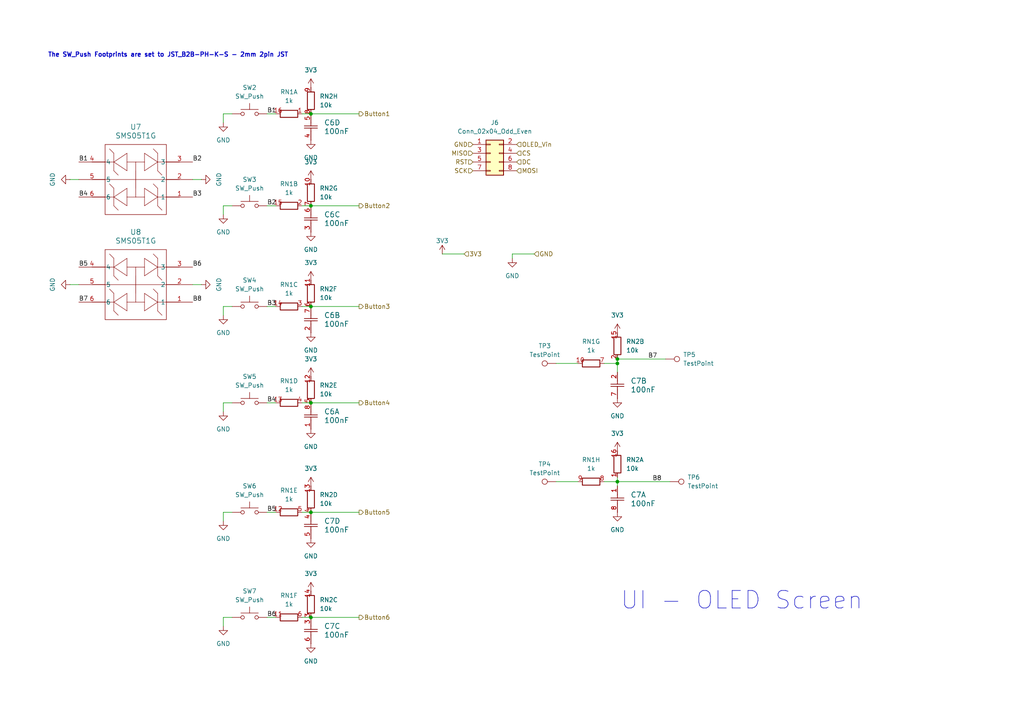
<source format=kicad_sch>
(kicad_sch (version 20231120) (generator "eeschema") (generator_version "8.0")
  (paper "A4")
  (lib_symbols
    (symbol "Connector:TestPoint" (pin_numbers hide) (pin_names (offset 0.762) hide)
      (property "Reference" "TP" (at 0 6.858 0))
      (property "Value" "TestPoint" (at 0 5.08 0))
      (symbol "TestPoint_0_1"
        (circle (center 0 3.302) (radius 0.762))
      )
      (symbol "TestPoint_1_1"
        (pin passive line (at 0 0 90) (length 2.54) (name "1") (number "1"))
      )
    )
    (symbol "Connector_Generic:Conn_02x04_Odd_Even" (pin_names (offset 1.016) hide)
      (property "Reference" "J" (at 1.27 5.08 0))
      (property "Value" "Conn_02x04_Odd_Even" (at 1.27 -7.62 0))
      (symbol "Conn_02x04_Odd_Even_1_1"
        (rectangle (start -1.27 -4.953) (end 0 -5.207) (stroke (width 0.1524)))
        (rectangle (start -1.27 -2.413) (end 0 -2.667) (stroke (width 0.1524)))
        (rectangle (start -1.27 0.127) (end 0 -0.127) (stroke (width 0.1524)))
        (rectangle (start -1.27 2.667) (end 0 2.413) (stroke (width 0.1524)))
        (rectangle (start -1.27 3.81) (end 3.81 -6.35) (stroke (width 0.254)) (fill (type background)))
        (rectangle (start 3.81 -4.953) (end 2.54 -5.207) (stroke (width 0.1524)))
        (rectangle (start 3.81 -2.413) (end 2.54 -2.667) (stroke (width 0.1524)))
        (rectangle (start 3.81 0.127) (end 2.54 -0.127) (stroke (width 0.1524)))
        (rectangle (start 3.81 2.667) (end 2.54 2.413) (stroke (width 0.1524)))
        (pin passive line (at -5.08 2.54 0) (length 3.81) (name "Pin_1") (number "1"))
        (pin passive line (at 7.62 2.54 180) (length 3.81) (name "Pin_2") (number "2"))
        (pin passive line (at -5.08 0 0) (length 3.81) (name "Pin_3") (number "3"))
        (pin passive line (at 7.62 0 180) (length 3.81) (name "Pin_4") (number "4"))
        (pin passive line (at -5.08 -2.54 0) (length 3.81) (name "Pin_5") (number "5"))
        (pin passive line (at 7.62 -2.54 180) (length 3.81) (name "Pin_6") (number "6"))
        (pin passive line (at -5.08 -5.08 0) (length 3.81) (name "Pin_7") (number "7"))
        (pin passive line (at 7.62 -5.08 180) (length 3.81) (name "Pin_8") (number "8"))
      )
    )
    (symbol "Device:R_Pack08_Split" (pin_names (offset 0) hide)
      (property "Reference" "RN" (at 2.032 0 90))
      (property "Value" "R_Pack08_Split" (at 0 0 90))
      (symbol "R_Pack08_Split_0_1"
        (rectangle (start 1.016 2.54) (end -1.016 -2.54) (stroke (width 0.254)))
      )
      (symbol "R_Pack08_Split_1_1"
        (pin passive line (at 0 -3.81 90) (length 1.27) (name "R1.1") (number "1"))
        (pin passive line (at 0 3.81 270) (length 1.27) (name "R1.2") (number "16"))
      )
      (symbol "R_Pack08_Split_2_1"
        (pin passive line (at 0 3.81 270) (length 1.27) (name "R2.2") (number "15"))
        (pin passive line (at 0 -3.81 90) (length 1.27) (name "R2.1") (number "2"))
      )
      (symbol "R_Pack08_Split_3_1"
        (pin passive line (at 0 3.81 270) (length 1.27) (name "R3.2") (number "14"))
        (pin passive line (at 0 -3.81 90) (length 1.27) (name "R3.1") (number "3"))
      )
      (symbol "R_Pack08_Split_4_1"
        (pin passive line (at 0 3.81 270) (length 1.27) (name "R4.2") (number "13"))
        (pin passive line (at 0 -3.81 90) (length 1.27) (name "R4.1") (number "4"))
      )
      (symbol "R_Pack08_Split_5_1"
        (pin passive line (at 0 3.81 270) (length 1.27) (name "R5.2") (number "12"))
        (pin passive line (at 0 -3.81 90) (length 1.27) (name "R5.1") (number "5"))
      )
      (symbol "R_Pack08_Split_6_1"
        (pin passive line (at 0 3.81 270) (length 1.27) (name "R6.2") (number "11"))
        (pin passive line (at 0 -3.81 90) (length 1.27) (name "R6.1") (number "6"))
      )
      (symbol "R_Pack08_Split_7_1"
        (pin passive line (at 0 3.81 270) (length 1.27) (name "R7.2") (number "10"))
        (pin passive line (at 0 -3.81 90) (length 1.27) (name "R7.1") (number "7"))
      )
      (symbol "R_Pack08_Split_8_1"
        (pin passive line (at 0 -3.81 90) (length 1.27) (name "R8.1") (number "8"))
        (pin passive line (at 0 3.81 270) (length 1.27) (name "R8.2") (number "9"))
      )
    )
    (symbol "GT_LIbrary:CA0612KRX7R7BB104" (pin_names (offset 0.254))
      (property "Reference" "C" (at 3.81 3.81 0))
      (property "Value" "CA0612KRX7R7BB104" (at 3.81 -3.81 0))
      (symbol "CA0612KRX7R7BB104_1_1"
        (polyline (pts (xy 2.54 0) (xy 3.4798 0)) (stroke (width 0.2032)))
        (polyline (pts (xy 3.4798 -1.905) (xy 3.4798 1.905)) (stroke (width 0.2032)))
        (polyline (pts (xy 4.1148 -1.905) (xy 4.1148 1.905)) (stroke (width 0.2032)))
        (polyline (pts (xy 4.1148 0) (xy 5.08 0)) (stroke (width 0.2032)))
        (pin unspecified line (at 0 0 0) (length 2.54) (name "") (number "1"))
        (pin unspecified line (at 7.62 0 180) (length 2.54) (name "") (number "8"))
      )
      (symbol "CA0612KRX7R7BB104_2_1"
        (polyline (pts (xy 2.54 0) (xy 3.4798 0)) (stroke (width 0.2032)))
        (polyline (pts (xy 3.4798 -1.905) (xy 3.4798 1.905)) (stroke (width 0.2032)))
        (polyline (pts (xy 4.1148 -1.905) (xy 4.1148 1.905)) (stroke (width 0.2032)))
        (polyline (pts (xy 4.1148 0) (xy 5.08 0)) (stroke (width 0.2032)))
        (pin unspecified line (at 0 0 0) (length 2.54) (name "") (number "2"))
        (pin unspecified line (at 7.62 0 180) (length 2.54) (name "") (number "7"))
      )
      (symbol "CA0612KRX7R7BB104_3_1"
        (polyline (pts (xy 2.54 0) (xy 3.4798 0)) (stroke (width 0.2032)))
        (polyline (pts (xy 3.4798 -1.905) (xy 3.4798 1.905)) (stroke (width 0.2032)))
        (polyline (pts (xy 4.1148 -1.905) (xy 4.1148 1.905)) (stroke (width 0.2032)))
        (polyline (pts (xy 4.1148 0) (xy 5.08 0)) (stroke (width 0.2032)))
        (pin unspecified line (at 0 0 0) (length 2.54) (name "") (number "3"))
        (pin unspecified line (at 7.62 0 180) (length 2.54) (name "") (number "6"))
      )
      (symbol "CA0612KRX7R7BB104_4_1"
        (polyline (pts (xy 2.54 0) (xy 3.4798 0)) (stroke (width 0.2032)))
        (polyline (pts (xy 3.4798 -1.905) (xy 3.4798 1.905)) (stroke (width 0.2032)))
        (polyline (pts (xy 4.1148 -1.905) (xy 4.1148 1.905)) (stroke (width 0.2032)))
        (polyline (pts (xy 4.1148 0) (xy 5.08 0)) (stroke (width 0.2032)))
        (pin unspecified line (at 0 0 0) (length 2.54) (name "") (number "4"))
        (pin unspecified line (at 7.62 0 180) (length 2.54) (name "") (number "5"))
      )
    )
    (symbol "GT_LIbrary:SMS05T1G" (pin_names (offset 0.254))
      (property "Reference" "U" (at 20.32 10.16 0))
      (property "Value" "SMS05T1G" (at 20.32 7.62 0))
      (symbol "SMS05T1G_0_1"
        (polyline (pts (xy 7.62 -10.16) (xy 33.02 -10.16)) (stroke (width 0.127)))
        (polyline (pts (xy 11.43 -15.24) (xy 7.62 -15.24)) (stroke (width 0.127)))
        (polyline (pts (xy 11.43 -5.08) (xy 7.62 -5.08)) (stroke (width 0.127)))
        (polyline (pts (xy 13.97 -17.78) (xy 13.97 -12.7)) (stroke (width 0.127)))
        (polyline (pts (xy 13.97 -17.78) (xy 15.24 -19.05)) (stroke (width 0.127)))
        (polyline (pts (xy 13.97 -15.24) (xy 11.43 -15.24)) (stroke (width 0.127)))
        (polyline (pts (xy 13.97 -12.7) (xy 12.7 -11.43)) (stroke (width 0.127)))
        (polyline (pts (xy 13.97 -7.62) (xy 13.97 -2.54)) (stroke (width 0.127)))
        (polyline (pts (xy 13.97 -7.62) (xy 15.24 -8.89)) (stroke (width 0.127)))
        (polyline (pts (xy 13.97 -5.08) (xy 11.43 -5.08)) (stroke (width 0.127)))
        (polyline (pts (xy 13.97 -2.54) (xy 12.7 -1.27)) (stroke (width 0.127)))
        (polyline (pts (xy 17.78 -17.78) (xy 13.97 -15.24)) (stroke (width 0.127)))
        (polyline (pts (xy 17.78 -15.24) (xy 17.78 -17.78)) (stroke (width 0.127)))
        (polyline (pts (xy 17.78 -15.24) (xy 17.78 -12.7)) (stroke (width 0.127)))
        (polyline (pts (xy 17.78 -12.7) (xy 13.97 -15.24)) (stroke (width 0.127)))
        (polyline (pts (xy 17.78 -7.62) (xy 13.97 -5.08)) (stroke (width 0.127)))
        (polyline (pts (xy 17.78 -5.08) (xy 17.78 -7.62)) (stroke (width 0.127)))
        (polyline (pts (xy 17.78 -5.08) (xy 17.78 -2.54)) (stroke (width 0.127)))
        (polyline (pts (xy 17.78 -2.54) (xy 13.97 -5.08)) (stroke (width 0.127)))
        (polyline (pts (xy 20.32 -15.24) (xy 17.78 -15.24)) (stroke (width 0.127)))
        (polyline (pts (xy 20.32 -15.24) (xy 22.86 -15.24)) (stroke (width 0.127)))
        (polyline (pts (xy 20.32 -12.7) (xy 20.32 -5.08)) (stroke (width 0.127)))
        (polyline (pts (xy 20.32 -7.62) (xy 20.32 -15.24)) (stroke (width 0.127)))
        (polyline (pts (xy 20.32 -5.08) (xy 17.78 -5.08)) (stroke (width 0.127)))
        (polyline (pts (xy 20.32 -5.08) (xy 22.86 -5.08)) (stroke (width 0.127)))
        (polyline (pts (xy 22.86 -17.78) (xy 22.86 -12.7)) (stroke (width 0.127)))
        (polyline (pts (xy 22.86 -17.78) (xy 26.67 -15.24)) (stroke (width 0.127)))
        (polyline (pts (xy 22.86 -12.7) (xy 26.67 -15.24)) (stroke (width 0.127)))
        (polyline (pts (xy 22.86 -7.62) (xy 26.67 -5.08)) (stroke (width 0.127)))
        (polyline (pts (xy 22.86 -5.08) (xy 22.86 -7.62)) (stroke (width 0.127)))
        (polyline (pts (xy 22.86 -5.08) (xy 22.86 -2.54)) (stroke (width 0.127)))
        (polyline (pts (xy 22.86 -2.54) (xy 26.67 -5.08)) (stroke (width 0.127)))
        (polyline (pts (xy 26.67 -17.78) (xy 26.67 -12.7)) (stroke (width 0.127)))
        (polyline (pts (xy 26.67 -17.78) (xy 27.94 -19.05)) (stroke (width 0.127)))
        (polyline (pts (xy 26.67 -12.7) (xy 25.4 -11.43)) (stroke (width 0.127)))
        (polyline (pts (xy 26.67 -7.62) (xy 26.67 -2.54)) (stroke (width 0.127)))
        (polyline (pts (xy 26.67 -7.62) (xy 27.94 -8.89)) (stroke (width 0.127)))
        (polyline (pts (xy 26.67 -5.08) (xy 33.02 -5.08)) (stroke (width 0.127)))
        (polyline (pts (xy 26.67 -2.54) (xy 25.4 -1.27)) (stroke (width 0.127)))
        (polyline (pts (xy 27.94 -15.24) (xy 26.67 -15.24)) (stroke (width 0.127)))
        (polyline (pts (xy 27.94 -15.24) (xy 33.02 -15.24)) (stroke (width 0.127)))
        (pin unspecified line (at 3.81 -5.08 0) (length 7.62) (name "1") (number "1"))
        (pin unspecified line (at 3.81 -10.16 0) (length 7.62) (name "2") (number "2"))
        (pin unspecified line (at 3.81 -15.24 0) (length 7.62) (name "3") (number "3"))
        (pin unspecified line (at 36.83 -15.24 180) (length 7.62) (name "4") (number "4"))
        (pin unspecified line (at 36.83 -10.16 180) (length 7.62) (name "5") (number "5"))
        (pin unspecified line (at 36.83 -5.08 180) (length 7.62) (name "6") (number "6"))
      )
      (symbol "SMS05T1G_1_1"
        (rectangle (start 11.43 0) (end 29.21 -20.32))
      )
    )
    (symbol "Switch:SW_Push" (pin_numbers hide) (pin_names (offset 1.016) hide)
      (property "Reference" "SW" (at 1.27 2.54 0))
      (property "Value" "SW_Push" (at 0 -1.524 0))
      (symbol "SW_Push_0_1"
        (circle (center -2.032 0) (radius 0.508))
        (polyline (pts (xy 0 1.27) (xy 0 3.048)))
        (polyline (pts (xy 2.54 1.27) (xy -2.54 1.27)))
        (circle (center 2.032 0) (radius 0.508))
        (pin passive line (at -5.08 0 0) (length 2.54) (name "1") (number "1"))
        (pin passive line (at 5.08 0 180) (length 2.54) (name "2") (number "2"))
      )
    )
    (symbol "power:+3V0" (power) (pin_numbers hide) (pin_names (offset 0) hide)
      (property "Value" "+3V0" (at 0 3.556 0))
      (symbol "+3V0_0_1"
        (polyline (pts (xy -0.762 1.27) (xy 0 2.54)))
        (polyline (pts (xy 0 0) (xy 0 2.54)))
        (polyline (pts (xy 0 2.54) (xy 0.762 1.27)))
      )
      (symbol "+3V0_1_1"
        (pin power_in line (at 0 0 90) (length 0) (name "~") (number "1"))
      )
    )
    (symbol "power:GND" (power) (pin_numbers hide) (pin_names (offset 0) hide)
      (property "Value" "GND" (at 0 -3.81 0))
      (symbol "GND_0_1"
        (polyline (pts (xy 0 0) (xy 0 -1.27) (xy 1.27 -1.27) (xy 0 -2.54) (xy -1.27 -1.27) (xy 0 -1.27)))
      )
      (symbol "GND_1_1"
        (pin power_in line (at 0 0 270) (length 0) (name "~") (number "1"))
      )
    )
    (symbol "power:VCC" (power) (pin_numbers hide) (pin_names (offset 0) hide)
      (property "Value" "VCC" (at 0 3.556 0))
      (symbol "VCC_0_1"
        (polyline (pts (xy -0.762 1.27) (xy 0 2.54)))
        (polyline (pts (xy 0 0) (xy 0 2.54)))
        (polyline (pts (xy 0 2.54) (xy 0.762 1.27)))
      )
      (symbol "VCC_1_1"
        (pin power_in line (at 0 0 90) (length 0) (name "~") (number "1"))
      )
    )
  )
  (junction (at 90.17 88.9))
  (junction (at 90.17 59.69))
  (junction (at 90.17 116.84))
  (junction (at 179.07 104.14))
  (junction (at 179.07 105.41))
  (junction (at 90.17 33.02))
  (junction (at 90.17 148.59))
  (junction (at 90.17 179.07))
  (junction (at 179.07 139.7))
  (wire (pts (xy 90.17 116.84) (xy 104.14 116.84)))
  (wire (pts (xy 87.63 88.9) (xy 90.17 88.9)))
  (wire (pts (xy 64.77 35.56) (xy 64.77 33.02)))
  (wire (pts (xy 87.63 116.84) (xy 90.17 116.84)))
  (wire (pts (xy 77.47 116.84) (xy 80.01 116.84)))
  (wire (pts (xy 77.47 179.07) (xy 80.01 179.07)))
  (wire (pts (xy 77.47 148.59) (xy 80.01 148.59)))
  (wire (pts (xy 77.47 88.9) (xy 80.01 88.9)))
  (wire (pts (xy 179.07 138.43) (xy 179.07 139.7)))
  (wire (pts (xy 64.77 116.84) (xy 67.31 116.84)))
  (wire (pts (xy 148.59 73.66) (xy 154.94 73.66)))
  (wire (pts (xy 179.07 102.87) (xy 179.07 104.14)))
  (wire (pts (xy 175.26 105.41) (xy 179.07 105.41)))
  (wire (pts (xy 64.77 119.38) (xy 64.77 116.84)))
  (wire (pts (xy 87.63 33.02) (xy 90.17 33.02)))
  (wire (pts (xy 64.77 181.61) (xy 64.77 179.07)))
  (wire (pts (xy 90.17 148.59) (xy 104.14 148.59)))
  (wire (pts (xy 58.42 82.55) (xy 55.88 82.55)))
  (wire (pts (xy 87.63 179.07) (xy 90.17 179.07)))
  (wire (pts (xy 77.47 33.02) (xy 80.01 33.02)))
  (wire (pts (xy 64.77 62.23) (xy 64.77 59.69)))
  (wire (pts (xy 64.77 33.02) (xy 67.31 33.02)))
  (wire (pts (xy 179.07 139.7) (xy 194.31 139.7)))
  (wire (pts (xy 148.59 73.66) (xy 148.59 74.93)))
  (wire (pts (xy 64.77 148.59) (xy 67.31 148.59)))
  (wire (pts (xy 179.07 139.7) (xy 179.07 140.97)))
  (wire (pts (xy 87.63 148.59) (xy 90.17 148.59)))
  (wire (pts (xy 161.29 105.41) (xy 167.64 105.41)))
  (wire (pts (xy 20.32 52.07) (xy 22.86 52.07)))
  (wire (pts (xy 64.77 91.44) (xy 64.77 88.9)))
  (wire (pts (xy 58.42 52.07) (xy 55.88 52.07)))
  (wire (pts (xy 64.77 151.13) (xy 64.77 148.59)))
  (wire (pts (xy 90.17 33.02) (xy 104.14 33.02)))
  (wire (pts (xy 64.77 179.07) (xy 67.31 179.07)))
  (wire (pts (xy 77.47 59.69) (xy 80.01 59.69)))
  (wire (pts (xy 179.07 104.14) (xy 193.04 104.14)))
  (wire (pts (xy 90.17 88.9) (xy 104.14 88.9)))
  (wire (pts (xy 90.17 179.07) (xy 104.14 179.07)))
  (wire (pts (xy 87.63 59.69) (xy 90.17 59.69)))
  (wire (pts (xy 64.77 88.9) (xy 67.31 88.9)))
  (wire (pts (xy 20.32 82.55) (xy 22.86 82.55)))
  (wire (pts (xy 90.17 59.69) (xy 104.14 59.69)))
  (wire (pts (xy 179.07 105.41) (xy 179.07 107.95)))
  (wire (pts (xy 161.29 139.7) (xy 167.64 139.7)))
  (wire (pts (xy 179.07 104.14) (xy 179.07 105.41)))
  (wire (pts (xy 64.77 59.69) (xy 67.31 59.69)))
  (wire (pts (xy 128.27 73.66) (xy 134.62 73.66)))
  (wire (pts (xy 175.26 139.7) (xy 179.07 139.7)))
  (text "The SW_Push Footprints are set to JST_B2B-PH-K-S - 2mm 2pin JST\n" (at 48.768 16.002 0) (effects (font (size 1.27 1.27) (thickness 0.254) (bold yes))))
  (text "UI - OLED Screen\n" (at 215.138 174.244 0) (effects (font (size 5.08 5.08))))
  (label "B5" (at 77.47 148.59 0))
  (label "B1" (at 22.86 46.99 0))
  (label "B6" (at 77.47 179.07 0))
  (label "B7" (at 22.86 87.63 0))
  (label "B8" (at 55.88 87.63 0))
  (label "B4" (at 77.47 116.84 0))
  (label "B1" (at 77.47 33.02 0))
  (label "B7" (at 187.96 104.14 0))
  (label "B3" (at 77.47 88.9 0))
  (label "B3" (at 55.88 57.15 0))
  (label "B2" (at 77.47 59.69 0))
  (label "B4" (at 22.86 57.15 0))
  (label "B6" (at 55.88 77.47 0))
  (label "B2" (at 55.88 46.99 0))
  (label "B5" (at 22.86 77.47 0))
  (label "B8" (at 189.23 139.7 0))
  (hierarchical_label "Button4" (shape output) (at 104.14 116.84 0))
  (hierarchical_label "MOSI" (shape input) (at 149.86 49.53 0))
  (hierarchical_label "GND" (shape input) (at 137.16 41.91 180))
  (hierarchical_label "RST" (shape input) (at 137.16 46.99 180))
  (hierarchical_label "Button2" (shape output) (at 104.14 59.69 0))
  (hierarchical_label "OLED_Vin" (shape input) (at 149.86 41.91 0))
  (hierarchical_label "CS" (shape input) (at 149.86 44.45 0))
  (hierarchical_label "Button3" (shape output) (at 104.14 88.9 0))
  (hierarchical_label "Button6" (shape output) (at 104.14 179.07 0))
  (hierarchical_label "SCK" (shape input) (at 137.16 49.53 180))
  (hierarchical_label "GND" (shape input) (at 154.94 73.66 0))
  (hierarchical_label "MISO" (shape input) (at 137.16 44.45 180))
  (hierarchical_label "Button5" (shape output) (at 104.14 148.59 0))
  (hierarchical_label "3V3" (shape input) (at 134.62 73.66 0))
  (hierarchical_label "Button1" (shape output) (at 104.14 33.02 0))
  (hierarchical_label "DC" (shape input) (at 149.86 46.99 0))
  (symbol (lib_id "power:GND") (at 20.32 82.55 270) (unit 1)
    (property "Reference" "#PWR0125" (effects (hide yes)))
    (property "Value" "GND" (at 15.24 82.55 0))
    (property "Description" "Power symbol creates a global label with name \"GND\" , ground" (effects (hide yes)))
  )
  (symbol (lib_id "Switch:SW_Push") (at 72.39 116.84 0) (unit 1)
    (property "Reference" "SW5" (at 72.39 109.22 0))
    (property "Value" "SW_Push" (at 72.39 111.76 0))
    (property "Footprint" "JST_B2B-PH-K-S" (effects (hide yes)))
    (property "Datasheet" "JST_B2B-PH-K-S" (effects (hide yes)))
    (property "Description" "Push button switch, generic, two pins" (effects (hide yes)))
    (property "MFP" "JST_B2B-PH-K-S" (effects (hide yes)))
  )
  (symbol (lib_id "Switch:SW_Push") (at 72.39 33.02 0) (unit 1)
    (property "Reference" "SW2" (at 72.39 25.4 0))
    (property "Value" "SW_Push" (at 72.39 27.94 0))
    (property "Footprint" "JST_B2B-PH-K-S" (effects (hide yes)))
    (property "Datasheet" "JST_B2B-PH-K-S" (effects (hide yes)))
    (property "Description" "Push button switch, generic, two pins" (effects (hide yes)))
    (property "MFP" "JST_B2B-PH-K-S" (effects (hide yes)))
  )
  (symbol (lib_id "Switch:SW_Push") (at 72.39 59.69 0) (unit 1)
    (property "Reference" "SW3" (at 72.39 52.07 0))
    (property "Value" "SW_Push" (at 72.39 54.61 0))
    (property "Footprint" "JST_B2B-PH-K-S" (effects (hide yes)))
    (property "Datasheet" "JST_B2B-PH-K-S" (effects (hide yes)))
    (property "Description" "Push button switch, generic, two pins" (effects (hide yes)))
    (property "MFP" "JST_B2B-PH-K-S" (effects (hide yes)))
  )
  (symbol (lib_id "power:GND") (at 90.17 96.52 0) (unit 1)
    (property "Reference" "#PWR063" (effects (hide yes)))
    (property "Value" "GND" (at 90.17 101.6 0))
    (property "Description" "Power symbol creates a global label with name \"GND\" , ground" (effects (hide yes)))
  )
  (symbol (lib_id "Device:R_Pack08_Split") (at 90.17 144.78 0) (unit 4)
    (property "Reference" "RN2" (at 92.71 143.5099 0) (effects (justify left)))
    (property "Value" "10k" (at 92.71 146.0499 0) (effects (justify left)))
    (property "Footprint" "Parts_Library:RESCAXE50P280X160X55-16N" (effects (hide yes)))
    (property "Description" "8 resistor network, parallel topology, split" (effects (hide yes)))
  )
  (symbol (lib_id "power:GND") (at 64.77 35.56 0) (unit 1)
    (property "Reference" "#PWR052" (effects (hide yes)))
    (property "Value" "GND" (at 64.77 40.64 0))
    (property "Description" "Power symbol creates a global label with name \"GND\" , ground" (effects (hide yes)))
  )
  (symbol (lib_id "power:+3V0") (at 90.17 171.45 0) (unit 1)
    (property "Reference" "#PWR068" (effects (hide yes)))
    (property "Value" "3V3" (at 90.17 166.37 0))
    (property "Description" "Power symbol creates a global label with name \"+3V0\"" (effects (hide yes)))
  )
  (symbol (lib_id "Device:R_Pack08_Split") (at 90.17 175.26 0) (unit 3)
    (property "Reference" "RN2" (at 92.71 173.9899 0) (effects (justify left)))
    (property "Value" "10k" (at 92.71 176.5299 0) (effects (justify left)))
    (property "Footprint" "Parts_Library:RESCAXE50P280X160X55-16N" (effects (hide yes)))
    (property "Description" "8 resistor network, parallel topology, split" (effects (hide yes)))
  )
  (symbol (lib_id "power:GND") (at 90.17 186.69 0) (unit 1)
    (property "Reference" "#PWR069" (effects (hide yes)))
    (property "Value" "GND" (at 90.17 191.77 0))
    (property "Description" "Power symbol creates a global label with name \"GND\" , ground" (effects (hide yes)))
  )
  (symbol (lib_id "GT_LIbrary:CA0612KRX7R7BB104") (at 179.07 140.97 270) (unit 1)
    (property "Reference" "C7" (at 182.88 143.5099 90) (effects (font (size 1.524 1.524)) (justify left)))
    (property "Value" "100nF" (at 182.88 146.0499 90) (effects (font (size 1.524 1.524)) (justify left)))
    (property "Footprint" "CAP_CA0612_3P2X1P6_YAG" (effects (hide yes)))
    (property "Datasheet" "CA0612KRX7R7BB104" (effects (hide yes)))
  )
  (symbol (lib_id "power:GND") (at 90.17 156.21 0) (unit 1)
    (property "Reference" "#PWR067" (effects (hide yes)))
    (property "Value" "GND" (at 90.17 161.29 0))
    (property "Description" "Power symbol creates a global label with name \"GND\" , ground" (effects (hide yes)))
  )
  (symbol (lib_id "power:+3V0") (at 90.17 25.4 0) (unit 1)
    (property "Reference" "#PWR058" (effects (hide yes)))
    (property "Value" "3V3" (at 90.17 20.32 0))
    (property "Description" "Power symbol creates a global label with name \"+3V0\"" (effects (hide yes)))
  )
  (symbol (lib_id "power:VCC") (at 128.27 73.66 0) (unit 1)
    (property "Reference" "#PWR070" (effects (hide yes)))
    (property "Value" "3V3" (at 128.27 69.85 0))
    (property "Description" "Power symbol creates a global label with name \"VCC\"" (effects (hide yes)))
  )
  (symbol (lib_id "GT_LIbrary:CA0612KRX7R7BB104") (at 90.17 148.59 270) (unit 4)
    (property "Reference" "C7" (at 93.98 151.1299 90) (effects (font (size 1.524 1.524)) (justify left)))
    (property "Value" "100nF" (at 93.98 153.6699 90) (effects (font (size 1.524 1.524)) (justify left)))
    (property "Footprint" "CAP_CA0612_3P2X1P6_YAG" (effects (hide yes)))
    (property "Datasheet" "CA0612KRX7R7BB104" (effects (hide yes)))
  )
  (symbol (lib_id "power:GND") (at 90.17 124.46 0) (unit 1)
    (property "Reference" "#PWR065" (effects (hide yes)))
    (property "Value" "GND" (at 90.17 129.54 0))
    (property "Description" "Power symbol creates a global label with name \"GND\" , ground" (effects (hide yes)))
  )
  (symbol (lib_id "power:+3V0") (at 90.17 109.22 0) (unit 1)
    (property "Reference" "#PWR064" (effects (hide yes)))
    (property "Value" "3V3" (at 90.17 104.14 0))
    (property "Description" "Power symbol creates a global label with name \"+3V0\"" (effects (hide yes)))
  )
  (symbol (lib_id "Switch:SW_Push") (at 72.39 148.59 0) (unit 1)
    (property "Reference" "SW6" (at 72.39 140.97 0))
    (property "Value" "SW_Push" (at 72.39 143.51 0))
    (property "Footprint" "JST_B2B-PH-K-S" (effects (hide yes)))
    (property "Datasheet" "JST_B2B-PH-K-S" (effects (hide yes)))
    (property "Description" "Push button switch, generic, two pins" (effects (hide yes)))
    (property "MFP" "JST_B2B-PH-K-S" (effects (hide yes)))
  )
  (symbol (lib_id "power:+3V0") (at 179.07 130.81 0) (unit 1)
    (property "Reference" "#PWR074" (effects (hide yes)))
    (property "Value" "3V3" (at 179.07 125.73 0))
    (property "Description" "Power symbol creates a global label with name \"+3V0\"" (effects (hide yes)))
  )
  (symbol (lib_id "Connector_Generic:Conn_02x04_Odd_Even") (at 142.24 44.45 0) (unit 1)
    (property "Reference" "J6" (at 143.51 35.56 0))
    (property "Value" "Conn_02x04_Odd_Even" (at 143.51 38.1 0))
    (property "Footprint" "Connector_PinHeader_2.00mm:PinHeader_2x04_P2.00mm_Vertical" (effects (hide yes)))
    (property "Description" "Generic connector, double row, 02x04, odd/even pin numbering scheme (row 1 odd numbers, row 2 even numbers), script generated (kicad-library-utils/schlib/autogen/connector/)" (effects (hide yes)))
  )
  (symbol (lib_id "Device:R_Pack08_Split") (at 90.17 55.88 0) (unit 7)
    (property "Reference" "RN2" (at 92.71 54.6099 0) (effects (justify left)))
    (property "Value" "10k" (at 92.71 57.1499 0) (effects (justify left)))
    (property "Footprint" "Parts_Library:RESCAXE50P280X160X55-16N" (effects (hide yes)))
    (property "Description" "8 resistor network, parallel topology, split" (effects (hide yes)))
  )
  (symbol (lib_id "power:+3V0") (at 179.07 96.52 0) (unit 1)
    (property "Reference" "#PWR072" (effects (hide yes)))
    (property "Value" "3V3" (at 179.07 91.44 0))
    (property "Description" "Power symbol creates a global label with name \"+3V0\"" (effects (hide yes)))
  )
  (symbol (lib_id "Connector:TestPoint") (at 194.31 139.7 270) (unit 1)
    (property "Reference" "TP6" (at 199.39 138.4299 90) (effects (justify left)))
    (property "Value" "TestPoint" (at 199.39 140.9699 90) (effects (justify left)))
    (property "Footprint" "TestPoint:TestPoint_THTPad_D1.0mm_Drill0.5mm" (effects (hide yes)))
    (property "Description" "test point" (effects (hide yes)))
  )
  (symbol (lib_id "GT_LIbrary:CA0612KRX7R7BB104") (at 90.17 40.64 90) (unit 4)
    (property "Reference" "C6" (at 93.98 35.5599 90) (effects (font (size 1.524 1.524)) (justify right)))
    (property "Value" "100nF" (at 93.98 38.0999 90) (effects (font (size 1.524 1.524)) (justify right)))
    (property "Footprint" "CAP_CA0612_3P2X1P6_YAG" (effects (hide yes)))
    (property "Datasheet" "CA0612KRX7R7BB104" (effects (hide yes)))
  )
  (symbol (lib_id "GT_LIbrary:CA0612KRX7R7BB104") (at 90.17 179.07 270) (unit 3)
    (property "Reference" "C7" (at 93.98 181.6099 90) (effects (font (size 1.524 1.524)) (justify left)))
    (property "Value" "100nF" (at 93.98 184.1499 90) (effects (font (size 1.524 1.524)) (justify left)))
    (property "Footprint" "CAP_CA0612_3P2X1P6_YAG" (effects (hide yes)))
    (property "Datasheet" "CA0612KRX7R7BB104" (effects (hide yes)))
  )
  (symbol (lib_id "power:GND") (at 64.77 181.61 0) (unit 1)
    (property "Reference" "#PWR057" (effects (hide yes)))
    (property "Value" "GND" (at 64.77 186.69 0))
    (property "Description" "Power symbol creates a global label with name \"GND\" , ground" (effects (hide yes)))
  )
  (symbol (lib_id "power:GND") (at 90.17 40.64 0) (unit 1)
    (property "Reference" "#PWR059" (effects (hide yes)))
    (property "Value" "GND" (at 90.17 45.72 0))
    (property "Description" "Power symbol creates a global label with name \"GND\" , ground" (effects (hide yes)))
  )
  (symbol (lib_id "GT_LIbrary:CA0612KRX7R7BB104") (at 90.17 96.52 90) (unit 2)
    (property "Reference" "C6" (at 93.98 91.4399 90) (effects (font (size 1.524 1.524)) (justify right)))
    (property "Value" "100nF" (at 93.98 93.9799 90) (effects (font (size 1.524 1.524)) (justify right)))
    (property "Footprint" "CAP_CA0612_3P2X1P6_YAG" (effects (hide yes)))
    (property "Datasheet" "CA0612KRX7R7BB104" (effects (hide yes)))
  )
  (symbol (lib_id "power:GND") (at 179.07 148.59 0) (unit 1)
    (property "Reference" "#PWR075" (effects (hide yes)))
    (property "Value" "GND" (at 179.07 153.67 0))
    (property "Description" "Power symbol creates a global label with name \"GND\" , ground" (effects (hide yes)))
  )
  (symbol (lib_id "power:GND") (at 64.77 91.44 0) (unit 1)
    (property "Reference" "#PWR054" (effects (hide yes)))
    (property "Value" "GND" (at 64.77 96.52 0))
    (property "Description" "Power symbol creates a global label with name \"GND\" , ground" (effects (hide yes)))
  )
  (symbol (lib_id "Device:R_Pack08_Split") (at 90.17 85.09 0) (unit 6)
    (property "Reference" "RN2" (at 92.71 83.8199 0) (effects (justify left)))
    (property "Value" "10k" (at 92.71 86.3599 0) (effects (justify left)))
    (property "Footprint" "Parts_Library:RESCAXE50P280X160X55-16N" (effects (hide yes)))
    (property "Description" "8 resistor network, parallel topology, split" (effects (hide yes)))
  )
  (symbol (lib_id "GT_LIbrary:SMS05T1G") (at 59.69 62.23 180) (unit 1)
    (property "Reference" "U7" (at 39.37 36.83 0) (effects (font (size 1.524 1.524))))
    (property "Value" "SMS05T1G" (at 39.37 39.37 0) (effects (font (size 1.524 1.524))))
    (property "Footprint" "SOIC_05T1G_ONS" (effects (hide yes)))
    (property "Datasheet" "SMS05T1G" (effects (hide yes)))
  )
  (symbol (lib_id "power:GND") (at 64.77 62.23 0) (unit 1)
    (property "Reference" "#PWR053" (effects (hide yes)))
    (property "Value" "GND" (at 64.77 67.31 0))
    (property "Description" "Power symbol creates a global label with name \"GND\" , ground" (effects (hide yes)))
  )
  (symbol (lib_id "power:GND") (at 64.77 119.38 0) (unit 1)
    (property "Reference" "#PWR055" (effects (hide yes)))
    (property "Value" "GND" (at 64.77 124.46 0))
    (property "Description" "Power symbol creates a global label with name \"GND\" , ground" (effects (hide yes)))
  )
  (symbol (lib_id "power:GND") (at 90.17 67.31 0) (unit 1)
    (property "Reference" "#PWR061" (effects (hide yes)))
    (property "Value" "GND" (at 90.17 72.39 0))
    (property "Description" "Power symbol creates a global label with name \"GND\" , ground" (effects (hide yes)))
  )
  (symbol (lib_id "Device:R_Pack08_Split") (at 83.82 179.07 90) (unit 6)
    (property "Reference" "RN1" (at 83.82 172.72 90))
    (property "Value" "1k" (at 83.82 175.26 90))
    (property "Footprint" "Parts_Library:RESCAXE50P280X160X55-16N" (effects (hide yes)))
    (property "Description" "8 resistor network, parallel topology, split" (effects (hide yes)))
    (property "MFP" "EXB-2HV102JV" (effects (hide yes)))
  )
  (symbol (lib_id "GT_LIbrary:CA0612KRX7R7BB104") (at 90.17 124.46 90) (unit 1)
    (property "Reference" "C6" (at 93.98 119.3799 90) (effects (font (size 1.524 1.524)) (justify right)))
    (property "Value" "100nF" (at 93.98 121.9199 90) (effects (font (size 1.524 1.524)) (justify right)))
    (property "Footprint" "CAP_CA0612_3P2X1P6_YAG" (effects (hide yes)))
    (property "Datasheet" "CA0612KRX7R7BB104" (effects (hide yes)))
  )
  (symbol (lib_id "power:GND") (at 179.07 115.57 0) (unit 1)
    (property "Reference" "#PWR073" (effects (hide yes)))
    (property "Value" "GND" (at 179.07 120.65 0))
    (property "Description" "Power symbol creates a global label with name \"GND\" , ground" (effects (hide yes)))
  )
  (symbol (lib_id "Device:R_Pack08_Split") (at 179.07 134.62 0) (unit 1)
    (property "Reference" "RN2" (at 181.61 133.3499 0) (effects (justify left)))
    (property "Value" "10k" (at 181.61 135.8899 0) (effects (justify left)))
    (property "Footprint" "Parts_Library:RESCAXE50P280X160X55-16N" (effects (hide yes)))
    (property "Description" "8 resistor network, parallel topology, split" (effects (hide yes)))
  )
  (symbol (lib_id "Device:R_Pack08_Split") (at 83.82 148.59 90) (unit 5)
    (property "Reference" "RN1" (at 83.82 142.24 90))
    (property "Value" "1k" (at 83.82 144.78 90))
    (property "Footprint" "Parts_Library:RESCAXE50P280X160X55-16N" (effects (hide yes)))
    (property "Description" "8 resistor network, parallel topology, split" (effects (hide yes)))
    (property "MFP" "EXB-2HV102JV" (effects (hide yes)))
  )
  (symbol (lib_id "Device:R_Pack08_Split") (at 83.82 59.69 90) (unit 2)
    (property "Reference" "RN1" (at 83.82 53.34 90))
    (property "Value" "1k" (at 83.82 55.88 90))
    (property "Footprint" "Parts_Library:RESCAXE50P280X160X55-16N" (effects (hide yes)))
    (property "Description" "8 resistor network, parallel topology, split" (effects (hide yes)))
    (property "MFP" "EXB-2HV102JV" (effects (hide yes)))
  )
  (symbol (lib_id "Switch:SW_Push") (at 72.39 88.9 0) (unit 1)
    (property "Reference" "SW4" (at 72.39 81.28 0))
    (property "Value" "SW_Push" (at 72.39 83.82 0))
    (property "Footprint" "JST_B2B-PH-K-S" (effects (hide yes)))
    (property "Datasheet" "JST_B2B-PH-K-S" (effects (hide yes)))
    (property "Description" "Push button switch, generic, two pins" (effects (hide yes)))
    (property "MFP" "JST_B2B-PH-K-S" (effects (hide yes)))
  )
  (symbol (lib_id "GT_LIbrary:CA0612KRX7R7BB104") (at 90.17 67.31 90) (unit 3)
    (property "Reference" "C6" (at 93.98 62.2299 90) (effects (font (size 1.524 1.524)) (justify right)))
    (property "Value" "100nF" (at 93.98 64.7699 90) (effects (font (size 1.524 1.524)) (justify right)))
    (property "Footprint" "CAP_CA0612_3P2X1P6_YAG" (effects (hide yes)))
    (property "Datasheet" "CA0612KRX7R7BB104" (effects (hide yes)))
  )
  (symbol (lib_id "Connector:TestPoint") (at 161.29 139.7 90) (unit 1)
    (property "Reference" "TP4" (at 157.988 134.62 90))
    (property "Value" "TestPoint" (at 157.988 137.16 90))
    (property "Footprint" "TestPoint:TestPoint_THTPad_D1.0mm_Drill0.5mm" (effects (hide yes)))
    (property "Description" "test point" (effects (hide yes)))
  )
  (symbol (lib_id "Connector:TestPoint") (at 161.29 105.41 90) (unit 1)
    (property "Reference" "TP3" (at 157.988 100.33 90))
    (property "Value" "TestPoint" (at 157.988 102.87 90))
    (property "Footprint" "TestPoint:TestPoint_THTPad_D1.0mm_Drill0.5mm" (effects (hide yes)))
    (property "Description" "test point" (effects (hide yes)))
  )
  (symbol (lib_id "Device:R_Pack08_Split") (at 179.07 100.33 0) (unit 2)
    (property "Reference" "RN2" (at 181.61 99.0599 0) (effects (justify left)))
    (property "Value" "10k" (at 181.61 101.5999 0) (effects (justify left)))
    (property "Footprint" "Parts_Library:RESCAXE50P280X160X55-16N" (effects (hide yes)))
    (property "Description" "8 resistor network, parallel topology, split" (effects (hide yes)))
  )
  (symbol (lib_id "power:GND") (at 64.77 151.13 0) (unit 1)
    (property "Reference" "#PWR056" (effects (hide yes)))
    (property "Value" "GND" (at 64.77 156.21 0))
    (property "Description" "Power symbol creates a global label with name \"GND\" , ground" (effects (hide yes)))
  )
  (symbol (lib_id "Connector:TestPoint") (at 193.04 104.14 270) (unit 1)
    (property "Reference" "TP5" (at 198.12 102.8699 90) (effects (justify left)))
    (property "Value" "TestPoint" (at 198.12 105.4099 90) (effects (justify left)))
    (property "Footprint" "TestPoint:TestPoint_THTPad_D1.0mm_Drill0.5mm" (effects (hide yes)))
    (property "Description" "test point" (effects (hide yes)))
  )
  (symbol (lib_id "Switch:SW_Push") (at 72.39 179.07 0) (unit 1)
    (property "Reference" "SW7" (at 72.39 171.45 0))
    (property "Value" "SW_Push" (at 72.39 173.99 0))
    (property "Footprint" "JST_B2B-PH-K-S" (effects (hide yes)))
    (property "Datasheet" "JST_B2B-PH-K-S" (effects (hide yes)))
    (property "Description" "Push button switch, generic, two pins" (effects (hide yes)))
    (property "MFP" "JST_B2B-PH-K-S" (effects (hide yes)))
  )
  (symbol (lib_id "power:GND") (at 20.32 52.07 270) (unit 1)
    (property "Reference" "#PWR0124" (effects (hide yes)))
    (property "Value" "GND" (at 15.24 52.07 0))
    (property "Description" "Power symbol creates a global label with name \"GND\" , ground" (effects (hide yes)))
  )
  (symbol (lib_id "Device:R_Pack08_Split") (at 83.82 116.84 90) (unit 4)
    (property "Reference" "RN1" (at 83.82 110.49 90))
    (property "Value" "1k" (at 83.82 113.03 90))
    (property "Footprint" "Parts_Library:RESCAXE50P280X160X55-16N" (effects (hide yes)))
    (property "Description" "8 resistor network, parallel topology, split" (effects (hide yes)))
    (property "MFP" "EXB-2HV102JV" (effects (hide yes)))
  )
  (symbol (lib_id "Device:R_Pack08_Split") (at 90.17 29.21 0) (unit 8)
    (property "Reference" "RN2" (at 92.71 27.9399 0) (effects (justify left)))
    (property "Value" "10k" (at 92.71 30.4799 0) (effects (justify left)))
    (property "Footprint" "Parts_Library:RESCAXE50P280X160X55-16N" (effects (hide yes)))
    (property "Description" "8 resistor network, parallel topology, split" (effects (hide yes)))
  )
  (symbol (lib_id "Device:R_Pack08_Split") (at 171.45 105.41 90) (unit 7)
    (property "Reference" "RN1" (at 171.45 99.06 90))
    (property "Value" "1k" (at 171.45 101.6 90))
    (property "Footprint" "Parts_Library:RESCAXE50P280X160X55-16N" (effects (hide yes)))
    (property "Description" "8 resistor network, parallel topology, split" (effects (hide yes)))
    (property "MFP" "EXB-2HV102JV" (effects (hide yes)))
  )
  (symbol (lib_id "power:+3V0") (at 90.17 81.28 0) (unit 1)
    (property "Reference" "#PWR062" (effects (hide yes)))
    (property "Value" "3V3" (at 90.17 76.2 0))
    (property "Description" "Power symbol creates a global label with name \"+3V0\"" (effects (hide yes)))
  )
  (symbol (lib_id "Device:R_Pack08_Split") (at 83.82 88.9 90) (unit 3)
    (property "Reference" "RN1" (at 83.82 82.55 90))
    (property "Value" "1k" (at 83.82 85.09 90))
    (property "Footprint" "Parts_Library:RESCAXE50P280X160X55-16N" (effects (hide yes)))
    (property "Description" "8 resistor network, parallel topology, split" (effects (hide yes)))
    (property "MFP" "EXB-2HV102JV" (effects (hide yes)))
  )
  (symbol (lib_id "power:GND") (at 58.42 52.07 90) (unit 1)
    (property "Reference" "#PWR0122" (effects (hide yes)))
    (property "Value" "GND" (at 63.5 52.07 0))
    (property "Description" "Power symbol creates a global label with name \"GND\" , ground" (effects (hide yes)))
  )
  (symbol (lib_id "power:+3V0") (at 90.17 52.07 0) (unit 1)
    (property "Reference" "#PWR060" (effects (hide yes)))
    (property "Value" "3V3" (at 90.17 46.99 0))
    (property "Description" "Power symbol creates a global label with name \"+3V0\"" (effects (hide yes)))
  )
  (symbol (lib_id "Device:R_Pack08_Split") (at 90.17 113.03 0) (unit 5)
    (property "Reference" "RN2" (at 92.71 111.7599 0) (effects (justify left)))
    (property "Value" "10k" (at 92.71 114.2999 0) (effects (justify left)))
    (property "Footprint" "Parts_Library:RESCAXE50P280X160X55-16N" (effects (hide yes)))
    (property "Description" "8 resistor network, parallel topology, split" (effects (hide yes)))
  )
  (symbol (lib_id "GT_LIbrary:SMS05T1G") (at 59.69 92.71 180) (unit 1)
    (property "Reference" "U8" (at 39.37 67.31 0) (effects (font (size 1.524 1.524))))
    (property "Value" "SMS05T1G" (at 39.37 69.85 0) (effects (font (size 1.524 1.524))))
    (property "Footprint" "SOIC_05T1G_ONS" (effects (hide yes)))
    (property "Datasheet" "SMS05T1G" (effects (hide yes)))
  )
  (symbol (lib_id "power:GND") (at 58.42 82.55 90) (unit 1)
    (property "Reference" "#PWR0123" (effects (hide yes)))
    (property "Value" "GND" (at 63.5 82.55 0))
    (property "Description" "Power symbol creates a global label with name \"GND\" , ground" (effects (hide yes)))
  )
  (symbol (lib_id "GT_LIbrary:CA0612KRX7R7BB104") (at 179.07 107.95 270) (unit 2)
    (property "Reference" "C7" (at 182.88 110.4899 90) (effects (font (size 1.524 1.524)) (justify left)))
    (property "Value" "100nF" (at 182.88 113.0299 90) (effects (font (size 1.524 1.524)) (justify left)))
    (property "Footprint" "CAP_CA0612_3P2X1P6_YAG" (effects (hide yes)))
    (property "Datasheet" "CA0612KRX7R7BB104" (effects (hide yes)))
  )
  (symbol (lib_id "Device:R_Pack08_Split") (at 83.82 33.02 90) (unit 1)
    (property "Reference" "RN1" (at 83.82 26.67 90))
    (property "Value" "1k" (at 83.82 29.21 90))
    (property "Footprint" "Parts_Library:RESCAXE50P280X160X55-16N" (effects (hide yes)))
    (property "Description" "8 resistor network, parallel topology, split" (effects (hide yes)))
    (property "MFP" "EXB-2HV102JV" (effects (hide yes)))
  )
  (symbol (lib_id "Device:R_Pack08_Split") (at 171.45 139.7 90) (unit 8)
    (property "Reference" "RN1" (at 171.45 133.35 90))
    (property "Value" "1k" (at 171.45 135.89 90))
    (property "Footprint" "Parts_Library:RESCAXE50P280X160X55-16N" (effects (hide yes)))
    (property "Description" "8 resistor network, parallel topology, split" (effects (hide yes)))
    (property "MFP" "EXB-2HV102JV" (effects (hide yes)))
  )
  (symbol (lib_id "power:+3V0") (at 90.17 140.97 0) (unit 1)
    (property "Reference" "#PWR066" (effects (hide yes)))
    (property "Value" "3V3" (at 90.17 135.89 0))
    (property "Description" "Power symbol creates a global label with name \"+3V0\"" (effects (hide yes)))
  )
  (symbol (lib_id "power:GND") (at 148.59 74.93 0) (unit 1)
    (property "Reference" "#PWR071" (effects (hide yes)))
    (property "Value" "GND" (at 148.59 80.01 0))
    (property "Description" "Power symbol creates a global label with name \"GND\" , ground" (effects (hide yes)))
  )
)
</source>
